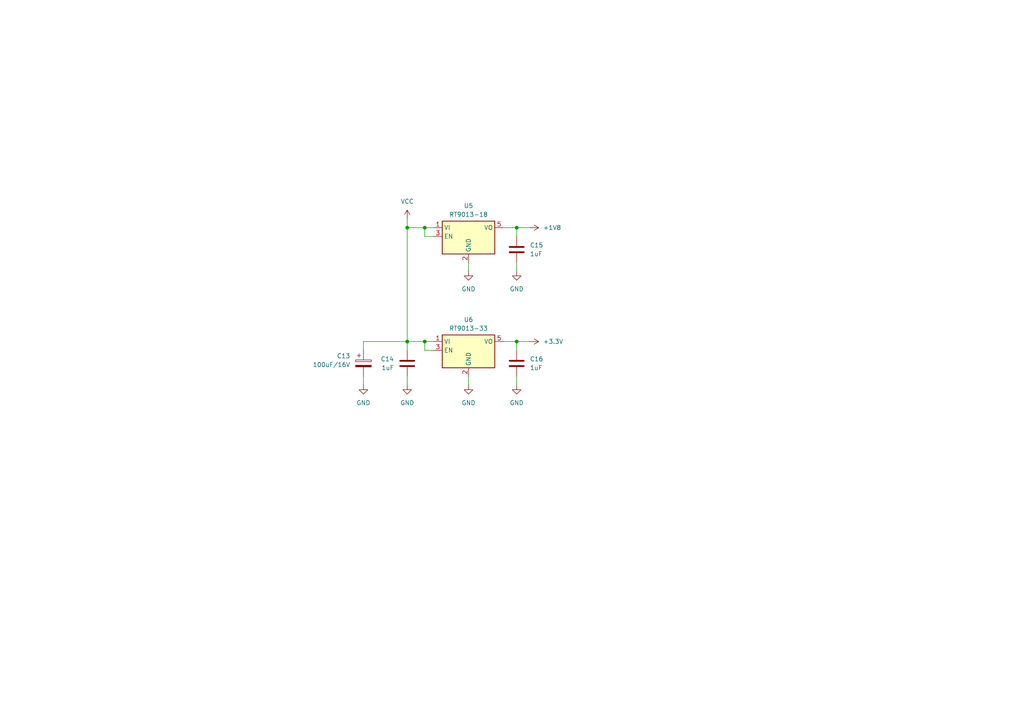
<source format=kicad_sch>
(kicad_sch (version 20250114) (generator "eeschema") (generator_version "9.0")
  (paper "A4")
  (title_block (title "A500 SD plus controller") (date "2025-10-19") (rev "1.0") (company "Dennis van Weeren"))
  (lib_symbols
    (symbol "Dennis:RT9013"
      (property "Reference" "U" (at -3.81 3.175 0))
      (property "Value" "RT9013" (at 0 3.175 0))
      (symbol "RT9013_0_1"
        (rectangle (start -7.62 1.905) (end 7.62 -7.62) (stroke (width 0.254)) (fill (type background)))
      )
      (symbol "RT9013_1_1"
        (pin power_in line (at -10.16 0 0) (length 2.54) (name "VI") (number "1"))
        (pin input line (at -10.16 -2.54 0) (length 2.54) (name "EN") (number "3"))
        (pin input line (at 0 -10.16 90) (length 2.54) (name "GND") (number "2"))
        (pin power_out line (at 10.16 0 180) (length 2.54) (name "VO") (number "5"))
      )
    )
    (symbol "Device:C" (pin_numbers (hide yes)) (pin_names (offset 0.254))
      (property "Reference" "C" (at 0.635 2.54 0))
      (property "Value" "C" (at 0.635 -2.54 0))
      (symbol "C_0_1"
        (polyline (pts (xy -2.032 0.762) (xy 2.032 0.762)) (stroke (width 0.508)))
        (polyline (pts (xy -2.032 -0.762) (xy 2.032 -0.762)) (stroke (width 0.508)))
      )
      (symbol "C_1_1"
        (pin passive line (at 0 3.81 270) (length 2.794) (name "~") (number "1"))
        (pin passive line (at 0 -3.81 90) (length 2.794) (name "~") (number "2"))
      )
    )
    (symbol "Device:C_Polarized" (pin_numbers (hide yes)) (pin_names (offset 0.254))
      (property "Reference" "C" (at 0.635 2.54 0))
      (property "Value" "C_Polarized" (at 0.635 -2.54 0))
      (symbol "C_Polarized_0_1"
        (rectangle (start -2.286 0.508) (end 2.286 1.016))
        (polyline (pts (xy -1.778 2.286) (xy -0.762 2.286)))
        (polyline (pts (xy -1.27 2.794) (xy -1.27 1.778)))
        (rectangle (start 2.286 -0.508) (end -2.286 -1.016) (fill (type outline)))
      )
      (symbol "C_Polarized_1_1"
        (pin passive line (at 0 3.81 270) (length 2.794) (name "~") (number "1"))
        (pin passive line (at 0 -3.81 90) (length 2.794) (name "~") (number "2"))
      )
    )
    (symbol "power:+1V8" (power) (pin_numbers (hide yes)) (pin_names (offset 0) (hide yes))
      (property "Value" "+1V8" (at 0 3.556 0))
      (symbol "+1V8_0_1"
        (polyline (pts (xy -0.762 1.27) (xy 0 2.54)))
        (polyline (pts (xy 0 2.54) (xy 0.762 1.27)))
        (polyline (pts (xy 0 0) (xy 0 2.54)))
      )
      (symbol "+1V8_1_1"
        (pin power_in line (at 0 0 90) (length 0) (name "~") (number "1"))
      )
    )
    (symbol "power:+3.3V" (power) (pin_numbers (hide yes)) (pin_names (offset 0) (hide yes))
      (property "Value" "+3.3V" (at 0 3.556 0))
      (symbol "+3.3V_0_1"
        (polyline (pts (xy -0.762 1.27) (xy 0 2.54)))
        (polyline (pts (xy 0 2.54) (xy 0.762 1.27)))
        (polyline (pts (xy 0 0) (xy 0 2.54)))
      )
      (symbol "+3.3V_1_1"
        (pin power_in line (at 0 0 90) (length 0) (name "~") (number "1"))
      )
    )
    (symbol "power:GND" (power) (pin_numbers (hide yes)) (pin_names (offset 0) (hide yes))
      (property "Value" "GND" (at 0 -3.81 0))
      (symbol "GND_0_1"
        (polyline (pts (xy 0 0) (xy 0 -1.27) (xy 1.27 -1.27) (xy 0 -2.54) (xy -1.27 -1.27) (xy 0 -1.27)))
      )
      (symbol "GND_1_1"
        (pin power_in line (at 0 0 270) (length 0) (name "~") (number "1"))
      )
    )
    (symbol "power:VCC" (power) (pin_numbers (hide yes)) (pin_names (offset 0) (hide yes))
      (property "Value" "VCC" (at 0 3.556 0))
      (symbol "VCC_0_1"
        (polyline (pts (xy -0.762 1.27) (xy 0 2.54)))
        (polyline (pts (xy 0 2.54) (xy 0.762 1.27)))
        (polyline (pts (xy 0 0) (xy 0 2.54)))
      )
      (symbol "VCC_1_1"
        (pin power_in line (at 0 0 90) (length 0) (name "~") (number "1"))
      )
    )
  )
  (junction (at 118.11 99.06))
  (junction (at 123.19 99.06))
  (junction (at 118.11 66.04))
  (junction (at 123.19 66.04))
  (junction (at 149.86 66.04))
  (junction (at 149.86 99.06))
  (wire (pts (xy 123.19 99.06) (xy 118.11 99.06)))
  (wire (pts (xy 105.41 101.6) (xy 105.41 99.06)))
  (wire (pts (xy 123.19 101.6) (xy 123.19 99.06)))
  (wire (pts (xy 123.19 66.04) (xy 125.73 66.04)))
  (wire (pts (xy 118.11 66.04) (xy 118.11 99.06)))
  (wire (pts (xy 149.86 109.22) (xy 149.86 111.76)))
  (wire (pts (xy 105.41 99.06) (xy 118.11 99.06)))
  (wire (pts (xy 149.86 99.06) (xy 149.86 101.6)))
  (wire (pts (xy 146.05 66.04) (xy 149.86 66.04)))
  (wire (pts (xy 149.86 66.04) (xy 153.67 66.04)))
  (wire (pts (xy 149.86 99.06) (xy 153.67 99.06)))
  (wire (pts (xy 123.19 99.06) (xy 125.73 99.06)))
  (wire (pts (xy 125.73 101.6) (xy 123.19 101.6)))
  (wire (pts (xy 149.86 76.2) (xy 149.86 78.74)))
  (wire (pts (xy 118.11 63.5) (xy 118.11 66.04)))
  (wire (pts (xy 123.19 68.58) (xy 123.19 66.04)))
  (wire (pts (xy 125.73 68.58) (xy 123.19 68.58)))
  (wire (pts (xy 123.19 66.04) (xy 118.11 66.04)))
  (wire (pts (xy 146.05 99.06) (xy 149.86 99.06)))
  (wire (pts (xy 149.86 66.04) (xy 149.86 68.58)))
  (wire (pts (xy 135.89 109.22) (xy 135.89 111.76)))
  (wire (pts (xy 118.11 99.06) (xy 118.11 101.6)))
  (wire (pts (xy 135.89 76.2) (xy 135.89 78.74)))
  (wire (pts (xy 118.11 109.22) (xy 118.11 111.76)))
  (wire (pts (xy 105.41 109.22) (xy 105.41 111.76)))
  (symbol (lib_id "Dennis:RT9013") (at 135.89 99.06 0) (unit 1)
    (property "Reference" "U6" (at 135.89 92.71 0))
    (property "Value" "RT9013-33" (at 135.89 95.25 0))
    (property "Footprint" "Package_TO_SOT_SMD:SOT-23-5" (effects (hide yes)))
    (property "Datasheet" "https://www.richtek.com/assets/product_file/RT9013/DS9013-10.pdf" (effects (hide yes)))
    (property "Description" "500mA, Low Dropout, Low Noise Ultra-Fast Without Bypass Capacitor CMOS LDO Regulator" (effects (hide yes)))
    (property "MPN" "TPRT9013-33GB" (effects (hide yes)))
  )
  (symbol (lib_id "power:+3.3V") (at 153.67 99.06 270) (unit 1)
    (property "Reference" "#PWR041" (effects (hide yes)))
    (property "Value" "+3.3V" (at 157.48 99.0599 90) (effects (justify left)))
    (property "Description" "Power symbol creates a global label with name \"+3.3V\"" (effects (hide yes)))
  )
  (symbol (lib_id "Dennis:RT9013") (at 135.89 66.04 0) (unit 1)
    (property "Reference" "U5" (at 135.89 59.69 0))
    (property "Value" "RT9013-18" (at 135.89 62.23 0))
    (property "Footprint" "Package_TO_SOT_SMD:SOT-23-5" (effects (hide yes)))
    (property "Datasheet" "https://www.richtek.com/assets/product_file/RT9013/DS9013-10.pdf" (effects (hide yes)))
    (property "Description" "500mA, Low Dropout, Low Noise Ultra-Fast Without Bypass Capacitor CMOS LDO Regulator" (effects (hide yes)))
    (property "MPN" "RT9013-18GB" (effects (hide yes)))
  )
  (symbol (lib_id "Device:C") (at 118.11 105.41 0) (mirror x) (unit 1)
    (property "Reference" "C14" (at 114.3 104.1399 0) (effects (justify right)))
    (property "Value" "1uF" (at 114.3 106.6799 0) (effects (justify right)))
    (property "Footprint" "Capacitor_SMD:C_0805_2012Metric" (effects (hide yes)))
    (property "Description" "Unpolarized capacitor" (effects (hide yes)))
  )
  (symbol (lib_id "power:VCC") (at 118.11 63.5 0) (unit 1)
    (property "Reference" "#PWR034" (effects (hide yes)))
    (property "Value" "VCC" (at 118.11 58.42 0))
    (property "Description" "Power symbol creates a global label with name \"VCC\"" (effects (hide yes)))
  )
  (symbol (lib_id "power:GND") (at 135.89 78.74 0) (unit 1)
    (property "Reference" "#PWR036" (effects (hide yes)))
    (property "Value" "GND" (at 135.89 83.82 0))
    (property "Description" "Power symbol creates a global label with name \"GND\" , ground" (effects (hide yes)))
  )
  (symbol (lib_id "power:GND") (at 118.11 111.76 0) (unit 1)
    (property "Reference" "#PWR035" (effects (hide yes)))
    (property "Value" "GND" (at 118.11 116.84 0))
    (property "Description" "Power symbol creates a global label with name \"GND\" , ground" (effects (hide yes)))
  )
  (symbol (lib_id "power:GND") (at 149.86 111.76 0) (unit 1)
    (property "Reference" "#PWR039" (effects (hide yes)))
    (property "Value" "GND" (at 149.86 116.84 0))
    (property "Description" "Power symbol creates a global label with name \"GND\" , ground" (effects (hide yes)))
  )
  (symbol (lib_id "Device:C_Polarized") (at 105.41 105.41 0) (unit 1)
    (property "Reference" "C13" (at 101.6 103.2509 0) (effects (justify right)))
    (property "Value" "100uF/16V" (at 101.6 105.7909 0) (effects (justify right)))
    (property "Footprint" "Capacitor_THT:CP_Radial_D8.0mm_P2.50mm" (effects (hide yes)))
    (property "Description" "Polarized capacitor" (effects (hide yes)))
  )
  (symbol (lib_id "Device:C") (at 149.86 72.39 180) (unit 1)
    (property "Reference" "C15" (at 153.67 71.1199 0) (effects (justify right)))
    (property "Value" "1uF" (at 153.67 73.6599 0) (effects (justify right)))
    (property "Footprint" "Capacitor_SMD:C_0805_2012Metric" (effects (hide yes)))
    (property "Description" "Unpolarized capacitor" (effects (hide yes)))
  )
  (symbol (lib_id "power:+1V8") (at 153.67 66.04 270) (unit 1)
    (property "Reference" "#PWR040" (effects (hide yes)))
    (property "Value" "+1V8" (at 157.48 66.0399 90) (effects (justify left)))
    (property "Description" "Power symbol creates a global label with name \"+1V8\"" (effects (hide yes)))
  )
  (symbol (lib_id "power:GND") (at 149.86 78.74 0) (unit 1)
    (property "Reference" "#PWR038" (effects (hide yes)))
    (property "Value" "GND" (at 149.86 83.82 0))
    (property "Description" "Power symbol creates a global label with name \"GND\" , ground" (effects (hide yes)))
  )
  (symbol (lib_id "Device:C") (at 149.86 105.41 180) (unit 1)
    (property "Reference" "C16" (at 153.67 104.1399 0) (effects (justify right)))
    (property "Value" "1uF" (at 153.67 106.6799 0) (effects (justify right)))
    (property "Footprint" "Capacitor_SMD:C_0805_2012Metric" (effects (hide yes)))
    (property "Description" "Unpolarized capacitor" (effects (hide yes)))
  )
  (symbol (lib_id "power:GND") (at 105.41 111.76 0) (unit 1)
    (property "Reference" "#PWR033" (effects (hide yes)))
    (property "Value" "GND" (at 105.41 116.84 0))
    (property "Description" "Power symbol creates a global label with name \"GND\" , ground" (effects (hide yes)))
  )
  (symbol (lib_id "power:GND") (at 135.89 111.76 0) (unit 1)
    (property "Reference" "#PWR037" (effects (hide yes)))
    (property "Value" "GND" (at 135.89 116.84 0))
    (property "Description" "Power symbol creates a global label with name \"GND\" , ground" (effects (hide yes)))
  )
)
</source>
